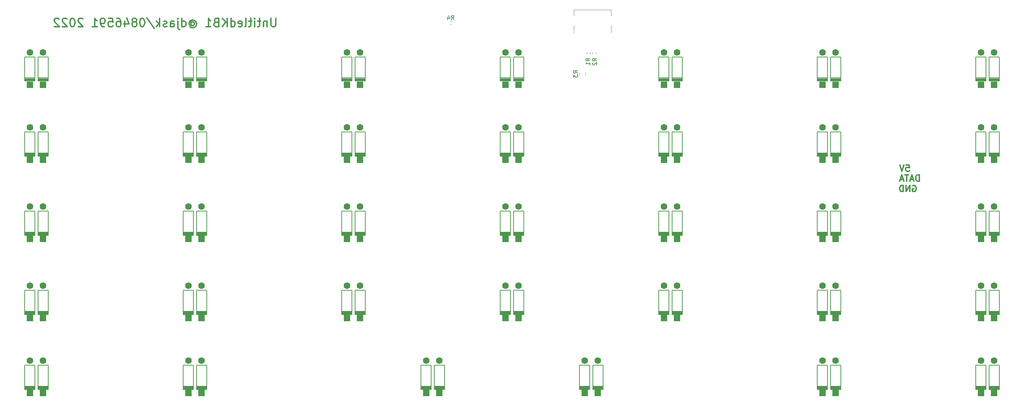
<source format=gbr>
%TF.GenerationSoftware,KiCad,Pcbnew,(6.0.4)*%
%TF.CreationDate,2022-09-11T20:25:19+10:00*%
%TF.ProjectId,pcb,7063622e-6b69-4636-9164-5f7063625858,rev?*%
%TF.SameCoordinates,Original*%
%TF.FileFunction,Legend,Bot*%
%TF.FilePolarity,Positive*%
%FSLAX46Y46*%
G04 Gerber Fmt 4.6, Leading zero omitted, Abs format (unit mm)*
G04 Created by KiCad (PCBNEW (6.0.4)) date 2022-09-11 20:25:19*
%MOMM*%
%LPD*%
G01*
G04 APERTURE LIST*
%ADD10C,0.300000*%
%ADD11C,0.150000*%
%ADD12C,0.200000*%
%ADD13C,0.120000*%
%ADD14R,1.600000X1.600000*%
%ADD15C,1.600000*%
G04 APERTURE END LIST*
D10*
X231242142Y-37638571D02*
X231242142Y-36138571D01*
X230885000Y-36138571D01*
X230670714Y-36210000D01*
X230527857Y-36352857D01*
X230456428Y-36495714D01*
X230385000Y-36781428D01*
X230385000Y-36995714D01*
X230456428Y-37281428D01*
X230527857Y-37424285D01*
X230670714Y-37567142D01*
X230885000Y-37638571D01*
X231242142Y-37638571D01*
X229813571Y-37210000D02*
X229099285Y-37210000D01*
X229956428Y-37638571D02*
X229456428Y-36138571D01*
X228956428Y-37638571D01*
X228670714Y-36138571D02*
X227813571Y-36138571D01*
X228242142Y-37638571D02*
X228242142Y-36138571D01*
X227385000Y-37210000D02*
X226670714Y-37210000D01*
X227527857Y-37638571D02*
X227027857Y-36138571D01*
X226527857Y-37638571D01*
X228077857Y-33738571D02*
X228792142Y-33738571D01*
X228863571Y-34452857D01*
X228792142Y-34381428D01*
X228649285Y-34310000D01*
X228292142Y-34310000D01*
X228149285Y-34381428D01*
X228077857Y-34452857D01*
X228006428Y-34595714D01*
X228006428Y-34952857D01*
X228077857Y-35095714D01*
X228149285Y-35167142D01*
X228292142Y-35238571D01*
X228649285Y-35238571D01*
X228792142Y-35167142D01*
X228863571Y-35095714D01*
X227577857Y-33738571D02*
X227077857Y-35238571D01*
X226577857Y-33738571D01*
X229663571Y-38710000D02*
X229806428Y-38638571D01*
X230020714Y-38638571D01*
X230235000Y-38710000D01*
X230377857Y-38852857D01*
X230449285Y-38995714D01*
X230520714Y-39281428D01*
X230520714Y-39495714D01*
X230449285Y-39781428D01*
X230377857Y-39924285D01*
X230235000Y-40067142D01*
X230020714Y-40138571D01*
X229877857Y-40138571D01*
X229663571Y-40067142D01*
X229592142Y-39995714D01*
X229592142Y-39495714D01*
X229877857Y-39495714D01*
X228949285Y-40138571D02*
X228949285Y-38638571D01*
X228092142Y-40138571D01*
X228092142Y-38638571D01*
X227377857Y-40138571D02*
X227377857Y-38638571D01*
X227020714Y-38638571D01*
X226806428Y-38710000D01*
X226663571Y-38852857D01*
X226592142Y-38995714D01*
X226520714Y-39281428D01*
X226520714Y-39495714D01*
X226592142Y-39781428D01*
X226663571Y-39924285D01*
X226806428Y-40067142D01*
X227020714Y-40138571D01*
X227377857Y-40138571D01*
X76571428Y1545238D02*
X76571428Y-73809D01*
X76476190Y-264285D01*
X76380952Y-359523D01*
X76190476Y-454761D01*
X75809523Y-454761D01*
X75619047Y-359523D01*
X75523809Y-264285D01*
X75428571Y-73809D01*
X75428571Y1545238D01*
X74476190Y878571D02*
X74476190Y-454761D01*
X74476190Y688095D02*
X74380952Y783333D01*
X74190476Y878571D01*
X73904761Y878571D01*
X73714285Y783333D01*
X73619047Y592857D01*
X73619047Y-454761D01*
X72952380Y878571D02*
X72190476Y878571D01*
X72666666Y1545238D02*
X72666666Y-169047D01*
X72571428Y-359523D01*
X72380952Y-454761D01*
X72190476Y-454761D01*
X71523809Y-454761D02*
X71523809Y878571D01*
X71523809Y1545238D02*
X71619047Y1450000D01*
X71523809Y1354761D01*
X71428571Y1450000D01*
X71523809Y1545238D01*
X71523809Y1354761D01*
X70857142Y878571D02*
X70095238Y878571D01*
X70571428Y1545238D02*
X70571428Y-169047D01*
X70476190Y-359523D01*
X70285714Y-454761D01*
X70095238Y-454761D01*
X69142857Y-454761D02*
X69333333Y-359523D01*
X69428571Y-169047D01*
X69428571Y1545238D01*
X67619047Y-359523D02*
X67809523Y-454761D01*
X68190476Y-454761D01*
X68380952Y-359523D01*
X68476190Y-169047D01*
X68476190Y592857D01*
X68380952Y783333D01*
X68190476Y878571D01*
X67809523Y878571D01*
X67619047Y783333D01*
X67523809Y592857D01*
X67523809Y402380D01*
X68476190Y211904D01*
X65809523Y-454761D02*
X65809523Y1545238D01*
X65809523Y-359523D02*
X66000000Y-454761D01*
X66380952Y-454761D01*
X66571428Y-359523D01*
X66666666Y-264285D01*
X66761904Y-73809D01*
X66761904Y497619D01*
X66666666Y688095D01*
X66571428Y783333D01*
X66380952Y878571D01*
X66000000Y878571D01*
X65809523Y783333D01*
X64857142Y-454761D02*
X64857142Y1545238D01*
X63714285Y-454761D02*
X64571428Y688095D01*
X63714285Y1545238D02*
X64857142Y402380D01*
X62190476Y592857D02*
X61904761Y497619D01*
X61809523Y402380D01*
X61714285Y211904D01*
X61714285Y-73809D01*
X61809523Y-264285D01*
X61904761Y-359523D01*
X62095238Y-454761D01*
X62857142Y-454761D01*
X62857142Y1545238D01*
X62190476Y1545238D01*
X62000000Y1450000D01*
X61904761Y1354761D01*
X61809523Y1164285D01*
X61809523Y973809D01*
X61904761Y783333D01*
X62000000Y688095D01*
X62190476Y592857D01*
X62857142Y592857D01*
X59809523Y-454761D02*
X60952380Y-454761D01*
X60380952Y-454761D02*
X60380952Y1545238D01*
X60571428Y1259523D01*
X60761904Y1069047D01*
X60952380Y973809D01*
X56190476Y497619D02*
X56285714Y592857D01*
X56476190Y688095D01*
X56666666Y688095D01*
X56857142Y592857D01*
X56952380Y497619D01*
X57047619Y307142D01*
X57047619Y116666D01*
X56952380Y-73809D01*
X56857142Y-169047D01*
X56666666Y-264285D01*
X56476190Y-264285D01*
X56285714Y-169047D01*
X56190476Y-73809D01*
X56190476Y688095D02*
X56190476Y-73809D01*
X56095238Y-169047D01*
X56000000Y-169047D01*
X55809523Y-73809D01*
X55714285Y116666D01*
X55714285Y592857D01*
X55904761Y878571D01*
X56190476Y1069047D01*
X56571428Y1164285D01*
X56952380Y1069047D01*
X57238095Y878571D01*
X57428571Y592857D01*
X57523809Y211904D01*
X57428571Y-169047D01*
X57238095Y-454761D01*
X56952380Y-645238D01*
X56571428Y-740476D01*
X56190476Y-645238D01*
X55904761Y-454761D01*
X54000000Y-454761D02*
X54000000Y1545238D01*
X54000000Y-359523D02*
X54190476Y-454761D01*
X54571428Y-454761D01*
X54761904Y-359523D01*
X54857142Y-264285D01*
X54952380Y-73809D01*
X54952380Y497619D01*
X54857142Y688095D01*
X54761904Y783333D01*
X54571428Y878571D01*
X54190476Y878571D01*
X54000000Y783333D01*
X53047619Y878571D02*
X53047619Y-835714D01*
X53142857Y-1026190D01*
X53333333Y-1121428D01*
X53428571Y-1121428D01*
X53047619Y1545238D02*
X53142857Y1450000D01*
X53047619Y1354761D01*
X52952380Y1450000D01*
X53047619Y1545238D01*
X53047619Y1354761D01*
X51238095Y-454761D02*
X51238095Y592857D01*
X51333333Y783333D01*
X51523809Y878571D01*
X51904761Y878571D01*
X52095238Y783333D01*
X51238095Y-359523D02*
X51428571Y-454761D01*
X51904761Y-454761D01*
X52095238Y-359523D01*
X52190476Y-169047D01*
X52190476Y21428D01*
X52095238Y211904D01*
X51904761Y307142D01*
X51428571Y307142D01*
X51238095Y402380D01*
X50380952Y-359523D02*
X50190476Y-454761D01*
X49809523Y-454761D01*
X49619047Y-359523D01*
X49523809Y-169047D01*
X49523809Y-73809D01*
X49619047Y116666D01*
X49809523Y211904D01*
X50095238Y211904D01*
X50285714Y307142D01*
X50380952Y497619D01*
X50380952Y592857D01*
X50285714Y783333D01*
X50095238Y878571D01*
X49809523Y878571D01*
X49619047Y783333D01*
X48666666Y-454761D02*
X48666666Y1545238D01*
X48476190Y307142D02*
X47904761Y-454761D01*
X47904761Y878571D02*
X48666666Y116666D01*
X45619047Y1640476D02*
X47333333Y-930952D01*
X44571428Y1545238D02*
X44380952Y1545238D01*
X44190476Y1450000D01*
X44095238Y1354761D01*
X44000000Y1164285D01*
X43904761Y783333D01*
X43904761Y307142D01*
X44000000Y-73809D01*
X44095238Y-264285D01*
X44190476Y-359523D01*
X44380952Y-454761D01*
X44571428Y-454761D01*
X44761904Y-359523D01*
X44857142Y-264285D01*
X44952380Y-73809D01*
X45047619Y307142D01*
X45047619Y783333D01*
X44952380Y1164285D01*
X44857142Y1354761D01*
X44761904Y1450000D01*
X44571428Y1545238D01*
X42761904Y688095D02*
X42952380Y783333D01*
X43047619Y878571D01*
X43142857Y1069047D01*
X43142857Y1164285D01*
X43047619Y1354761D01*
X42952380Y1450000D01*
X42761904Y1545238D01*
X42380952Y1545238D01*
X42190476Y1450000D01*
X42095238Y1354761D01*
X42000000Y1164285D01*
X42000000Y1069047D01*
X42095238Y878571D01*
X42190476Y783333D01*
X42380952Y688095D01*
X42761904Y688095D01*
X42952380Y592857D01*
X43047619Y497619D01*
X43142857Y307142D01*
X43142857Y-73809D01*
X43047619Y-264285D01*
X42952380Y-359523D01*
X42761904Y-454761D01*
X42380952Y-454761D01*
X42190476Y-359523D01*
X42095238Y-264285D01*
X42000000Y-73809D01*
X42000000Y307142D01*
X42095238Y497619D01*
X42190476Y592857D01*
X42380952Y688095D01*
X40285714Y878571D02*
X40285714Y-454761D01*
X40761904Y1640476D02*
X41238095Y211904D01*
X40000000Y211904D01*
X38380952Y1545238D02*
X38761904Y1545238D01*
X38952380Y1450000D01*
X39047619Y1354761D01*
X39238095Y1069047D01*
X39333333Y688095D01*
X39333333Y-73809D01*
X39238095Y-264285D01*
X39142857Y-359523D01*
X38952380Y-454761D01*
X38571428Y-454761D01*
X38380952Y-359523D01*
X38285714Y-264285D01*
X38190476Y-73809D01*
X38190476Y402380D01*
X38285714Y592857D01*
X38380952Y688095D01*
X38571428Y783333D01*
X38952380Y783333D01*
X39142857Y688095D01*
X39238095Y592857D01*
X39333333Y402380D01*
X36380952Y1545238D02*
X37333333Y1545238D01*
X37428571Y592857D01*
X37333333Y688095D01*
X37142857Y783333D01*
X36666666Y783333D01*
X36476190Y688095D01*
X36380952Y592857D01*
X36285714Y402380D01*
X36285714Y-73809D01*
X36380952Y-264285D01*
X36476190Y-359523D01*
X36666666Y-454761D01*
X37142857Y-454761D01*
X37333333Y-359523D01*
X37428571Y-264285D01*
X35333333Y-454761D02*
X34952380Y-454761D01*
X34761904Y-359523D01*
X34666666Y-264285D01*
X34476190Y21428D01*
X34380952Y402380D01*
X34380952Y1164285D01*
X34476190Y1354761D01*
X34571428Y1450000D01*
X34761904Y1545238D01*
X35142857Y1545238D01*
X35333333Y1450000D01*
X35428571Y1354761D01*
X35523809Y1164285D01*
X35523809Y688095D01*
X35428571Y497619D01*
X35333333Y402380D01*
X35142857Y307142D01*
X34761904Y307142D01*
X34571428Y402380D01*
X34476190Y497619D01*
X34380952Y688095D01*
X32476190Y-454761D02*
X33619047Y-454761D01*
X33047619Y-454761D02*
X33047619Y1545238D01*
X33238095Y1259523D01*
X33428571Y1069047D01*
X33619047Y973809D01*
X30190476Y1354761D02*
X30095238Y1450000D01*
X29904761Y1545238D01*
X29428571Y1545238D01*
X29238095Y1450000D01*
X29142857Y1354761D01*
X29047619Y1164285D01*
X29047619Y973809D01*
X29142857Y688095D01*
X30285714Y-454761D01*
X29047619Y-454761D01*
X27809523Y1545238D02*
X27619047Y1545238D01*
X27428571Y1450000D01*
X27333333Y1354761D01*
X27238095Y1164285D01*
X27142857Y783333D01*
X27142857Y307142D01*
X27238095Y-73809D01*
X27333333Y-264285D01*
X27428571Y-359523D01*
X27619047Y-454761D01*
X27809523Y-454761D01*
X28000000Y-359523D01*
X28095238Y-264285D01*
X28190476Y-73809D01*
X28285714Y307142D01*
X28285714Y783333D01*
X28190476Y1164285D01*
X28095238Y1354761D01*
X28000000Y1450000D01*
X27809523Y1545238D01*
X26380952Y1354761D02*
X26285714Y1450000D01*
X26095238Y1545238D01*
X25619047Y1545238D01*
X25428571Y1450000D01*
X25333333Y1354761D01*
X25238095Y1164285D01*
X25238095Y973809D01*
X25333333Y688095D01*
X26476190Y-454761D01*
X25238095Y-454761D01*
X24476190Y1354761D02*
X24380952Y1450000D01*
X24190476Y1545238D01*
X23714285Y1545238D01*
X23523809Y1450000D01*
X23428571Y1354761D01*
X23333333Y1164285D01*
X23333333Y973809D01*
X23428571Y688095D01*
X24571428Y-454761D01*
X23333333Y-454761D01*
D11*
%TO.C,R3*%
X149102380Y-11633333D02*
X148626190Y-11300000D01*
X149102380Y-11061904D02*
X148102380Y-11061904D01*
X148102380Y-11442857D01*
X148150000Y-11538095D01*
X148197619Y-11585714D01*
X148292857Y-11633333D01*
X148435714Y-11633333D01*
X148530952Y-11585714D01*
X148578571Y-11538095D01*
X148626190Y-11442857D01*
X148626190Y-11061904D01*
X148102380Y-11966666D02*
X148102380Y-12585714D01*
X148483333Y-12252380D01*
X148483333Y-12395238D01*
X148530952Y-12490476D01*
X148578571Y-12538095D01*
X148673809Y-12585714D01*
X148911904Y-12585714D01*
X149007142Y-12538095D01*
X149054761Y-12490476D01*
X149102380Y-12395238D01*
X149102380Y-12109523D01*
X149054761Y-12014285D01*
X149007142Y-11966666D01*
%TO.C,R2*%
X153702380Y-8733333D02*
X153226190Y-8400000D01*
X153702380Y-8161904D02*
X152702380Y-8161904D01*
X152702380Y-8542857D01*
X152750000Y-8638095D01*
X152797619Y-8685714D01*
X152892857Y-8733333D01*
X153035714Y-8733333D01*
X153130952Y-8685714D01*
X153178571Y-8638095D01*
X153226190Y-8542857D01*
X153226190Y-8161904D01*
X152797619Y-9114285D02*
X152750000Y-9161904D01*
X152702380Y-9257142D01*
X152702380Y-9495238D01*
X152750000Y-9590476D01*
X152797619Y-9638095D01*
X152892857Y-9685714D01*
X152988095Y-9685714D01*
X153130952Y-9638095D01*
X153702380Y-9066666D01*
X153702380Y-9685714D01*
%TO.C,R1*%
X152102380Y-8733333D02*
X151626190Y-8400000D01*
X152102380Y-8161904D02*
X151102380Y-8161904D01*
X151102380Y-8542857D01*
X151150000Y-8638095D01*
X151197619Y-8685714D01*
X151292857Y-8733333D01*
X151435714Y-8733333D01*
X151530952Y-8685714D01*
X151578571Y-8638095D01*
X151626190Y-8542857D01*
X151626190Y-8161904D01*
X152102380Y-9685714D02*
X152102380Y-9114285D01*
X152102380Y-9400000D02*
X151102380Y-9400000D01*
X151245238Y-9304761D01*
X151340476Y-9209523D01*
X151388095Y-9114285D01*
%TO.C,R4*%
X118786666Y1217619D02*
X119120000Y1693809D01*
X119358095Y1217619D02*
X119358095Y2217619D01*
X118977142Y2217619D01*
X118881904Y2170000D01*
X118834285Y2122380D01*
X118786666Y2027142D01*
X118786666Y1884285D01*
X118834285Y1789047D01*
X118881904Y1741428D01*
X118977142Y1693809D01*
X119358095Y1693809D01*
X117929523Y1884285D02*
X117929523Y1217619D01*
X118167619Y2265238D02*
X118405714Y1550952D01*
X117786666Y1550952D01*
D12*
%TO.C,D50*%
X133750000Y-63875000D02*
X133750000Y-69675000D01*
X136150000Y-69300000D02*
X133750000Y-69300000D01*
X136150000Y-69475000D02*
X133750000Y-69475000D01*
X136150000Y-63875000D02*
X133750000Y-63875000D01*
X136150000Y-69675000D02*
X136150000Y-63875000D01*
X136150000Y-68950000D02*
X133750000Y-68950000D01*
X136150000Y-69125000D02*
X133750000Y-69125000D01*
X133750000Y-69700000D02*
X136150000Y-69700000D01*
X136150000Y-69600000D02*
X133750000Y-69600000D01*
%TO.C,D6*%
X95650000Y-13550000D02*
X98050000Y-13550000D01*
X98050000Y-12975000D02*
X95650000Y-12975000D01*
X98050000Y-13150000D02*
X95650000Y-13150000D01*
X95650000Y-7725000D02*
X95650000Y-13525000D01*
X98050000Y-7725000D02*
X95650000Y-7725000D01*
X98050000Y-12800000D02*
X95650000Y-12800000D01*
X98050000Y-13325000D02*
X95650000Y-13325000D01*
X98050000Y-13525000D02*
X98050000Y-7725000D01*
X98050000Y-13450000D02*
X95650000Y-13450000D01*
%TO.C,D28*%
X250450000Y-31200000D02*
X248050000Y-31200000D01*
X250450000Y-30850000D02*
X248050000Y-30850000D01*
X250450000Y-31500000D02*
X248050000Y-31500000D01*
X248050000Y-31600000D02*
X250450000Y-31600000D01*
X250450000Y-31025000D02*
X248050000Y-31025000D01*
X248050000Y-25775000D02*
X248050000Y-31575000D01*
X250450000Y-25775000D02*
X248050000Y-25775000D01*
X250450000Y-31575000D02*
X250450000Y-25775000D01*
X250450000Y-31375000D02*
X248050000Y-31375000D01*
%TO.C,D26*%
X212350000Y-31025000D02*
X209950000Y-31025000D01*
X212350000Y-31200000D02*
X209950000Y-31200000D01*
X212350000Y-25775000D02*
X209950000Y-25775000D01*
X212350000Y-30850000D02*
X209950000Y-30850000D01*
X212350000Y-31500000D02*
X209950000Y-31500000D01*
X209950000Y-31600000D02*
X212350000Y-31600000D01*
X209950000Y-25775000D02*
X209950000Y-31575000D01*
X212350000Y-31575000D02*
X212350000Y-25775000D01*
X212350000Y-31375000D02*
X209950000Y-31375000D01*
%TO.C,D8*%
X136150000Y-13150000D02*
X133750000Y-13150000D01*
X136150000Y-13450000D02*
X133750000Y-13450000D01*
X136150000Y-13525000D02*
X136150000Y-7725000D01*
X136150000Y-12975000D02*
X133750000Y-12975000D01*
X133750000Y-13550000D02*
X136150000Y-13550000D01*
X133750000Y-7725000D02*
X133750000Y-13525000D01*
X136150000Y-7725000D02*
X133750000Y-7725000D01*
X136150000Y-12800000D02*
X133750000Y-12800000D01*
X136150000Y-13325000D02*
X133750000Y-13325000D01*
D13*
%TO.C,R3*%
X151035000Y-11572936D02*
X151035000Y-12027064D01*
X149565000Y-11572936D02*
X149565000Y-12027064D01*
D12*
%TO.C,D34*%
X98050000Y-44825000D02*
X95650000Y-44825000D01*
X95650000Y-50650000D02*
X98050000Y-50650000D01*
X98050000Y-50250000D02*
X95650000Y-50250000D01*
X98050000Y-50075000D02*
X95650000Y-50075000D01*
X95650000Y-44825000D02*
X95650000Y-50625000D01*
X98050000Y-50550000D02*
X95650000Y-50550000D01*
X98050000Y-49900000D02*
X95650000Y-49900000D01*
X98050000Y-50625000D02*
X98050000Y-44825000D01*
X98050000Y-50425000D02*
X95650000Y-50425000D01*
%TO.C,D64*%
X155200000Y-87725000D02*
X155200000Y-81925000D01*
X155200000Y-87350000D02*
X152800000Y-87350000D01*
X155200000Y-87175000D02*
X152800000Y-87175000D01*
X155200000Y-87000000D02*
X152800000Y-87000000D01*
X155200000Y-87525000D02*
X152800000Y-87525000D01*
X152800000Y-81925000D02*
X152800000Y-87725000D01*
X152800000Y-87750000D02*
X155200000Y-87750000D01*
X155200000Y-81925000D02*
X152800000Y-81925000D01*
X155200000Y-87650000D02*
X152800000Y-87650000D01*
%TO.C,D39*%
X209150000Y-50425000D02*
X206750000Y-50425000D01*
X209150000Y-49900000D02*
X206750000Y-49900000D01*
X209150000Y-50625000D02*
X209150000Y-44825000D01*
X209150000Y-44825000D02*
X206750000Y-44825000D01*
X206750000Y-44825000D02*
X206750000Y-50625000D01*
X209150000Y-50250000D02*
X206750000Y-50250000D01*
X209150000Y-50075000D02*
X206750000Y-50075000D01*
X206750000Y-50650000D02*
X209150000Y-50650000D01*
X209150000Y-50550000D02*
X206750000Y-50550000D01*
%TO.C,D58*%
X19450000Y-81925000D02*
X19450000Y-87725000D01*
X21850000Y-87000000D02*
X19450000Y-87000000D01*
X21850000Y-87175000D02*
X19450000Y-87175000D01*
X21850000Y-87525000D02*
X19450000Y-87525000D01*
X21850000Y-81925000D02*
X19450000Y-81925000D01*
X21850000Y-87650000D02*
X19450000Y-87650000D01*
X21850000Y-87725000D02*
X21850000Y-81925000D01*
X21850000Y-87350000D02*
X19450000Y-87350000D01*
X19450000Y-87750000D02*
X21850000Y-87750000D01*
%TO.C,D14*%
X250450000Y-12975000D02*
X248050000Y-12975000D01*
X250450000Y-7725000D02*
X248050000Y-7725000D01*
X250450000Y-13150000D02*
X248050000Y-13150000D01*
X250450000Y-13325000D02*
X248050000Y-13325000D01*
X248050000Y-7725000D02*
X248050000Y-13525000D01*
X250450000Y-12800000D02*
X248050000Y-12800000D01*
X250450000Y-13525000D02*
X250450000Y-7725000D01*
X248050000Y-13550000D02*
X250450000Y-13550000D01*
X250450000Y-13450000D02*
X248050000Y-13450000D01*
%TO.C,D30*%
X21850000Y-50550000D02*
X19450000Y-50550000D01*
X19450000Y-50650000D02*
X21850000Y-50650000D01*
X21850000Y-50625000D02*
X21850000Y-44825000D01*
X21850000Y-50250000D02*
X19450000Y-50250000D01*
X19450000Y-44825000D02*
X19450000Y-50625000D01*
X21850000Y-50075000D02*
X19450000Y-50075000D01*
X21850000Y-44825000D02*
X19450000Y-44825000D01*
X21850000Y-50425000D02*
X19450000Y-50425000D01*
X21850000Y-49900000D02*
X19450000Y-49900000D01*
%TO.C,D36*%
X136150000Y-50550000D02*
X133750000Y-50550000D01*
X133750000Y-50650000D02*
X136150000Y-50650000D01*
X136150000Y-50075000D02*
X133750000Y-50075000D01*
X136150000Y-49900000D02*
X133750000Y-49900000D01*
X136150000Y-44825000D02*
X133750000Y-44825000D01*
X136150000Y-50250000D02*
X133750000Y-50250000D01*
X133750000Y-44825000D02*
X133750000Y-50625000D01*
X136150000Y-50625000D02*
X136150000Y-44825000D01*
X136150000Y-50425000D02*
X133750000Y-50425000D01*
%TO.C,D38*%
X174250000Y-50250000D02*
X171850000Y-50250000D01*
X174250000Y-50625000D02*
X174250000Y-44825000D01*
X171850000Y-44825000D02*
X171850000Y-50625000D01*
X174250000Y-50550000D02*
X171850000Y-50550000D01*
X174250000Y-44825000D02*
X171850000Y-44825000D01*
X174250000Y-50075000D02*
X171850000Y-50075000D01*
X174250000Y-50425000D02*
X171850000Y-50425000D01*
X174250000Y-49900000D02*
X171850000Y-49900000D01*
X171850000Y-50650000D02*
X174250000Y-50650000D01*
%TO.C,D57*%
X18650000Y-87350000D02*
X16250000Y-87350000D01*
X16250000Y-81925000D02*
X16250000Y-87725000D01*
X18650000Y-87000000D02*
X16250000Y-87000000D01*
X18650000Y-87650000D02*
X16250000Y-87650000D01*
X18650000Y-87175000D02*
X16250000Y-87175000D01*
X18650000Y-81925000D02*
X16250000Y-81925000D01*
X18650000Y-87725000D02*
X18650000Y-81925000D01*
X16250000Y-87750000D02*
X18650000Y-87750000D01*
X18650000Y-87525000D02*
X16250000Y-87525000D01*
%TO.C,D19*%
X94850000Y-30850000D02*
X92450000Y-30850000D01*
X94850000Y-31375000D02*
X92450000Y-31375000D01*
X92450000Y-25775000D02*
X92450000Y-31575000D01*
X94850000Y-31025000D02*
X92450000Y-31025000D01*
X92450000Y-31600000D02*
X94850000Y-31600000D01*
X94850000Y-31200000D02*
X92450000Y-31200000D01*
X94850000Y-25775000D02*
X92450000Y-25775000D01*
X94850000Y-31500000D02*
X92450000Y-31500000D01*
X94850000Y-31575000D02*
X94850000Y-25775000D01*
%TO.C,D23*%
X171050000Y-25775000D02*
X168650000Y-25775000D01*
X171050000Y-31575000D02*
X171050000Y-25775000D01*
X168650000Y-31600000D02*
X171050000Y-31600000D01*
X168650000Y-25775000D02*
X168650000Y-31575000D01*
X171050000Y-31375000D02*
X168650000Y-31375000D01*
X171050000Y-30850000D02*
X168650000Y-30850000D01*
X171050000Y-31200000D02*
X168650000Y-31200000D01*
X171050000Y-31500000D02*
X168650000Y-31500000D01*
X171050000Y-31025000D02*
X168650000Y-31025000D01*
%TO.C,D55*%
X244850000Y-69700000D02*
X247250000Y-69700000D01*
X247250000Y-69600000D02*
X244850000Y-69600000D01*
X247250000Y-69125000D02*
X244850000Y-69125000D01*
X247250000Y-69675000D02*
X247250000Y-63875000D01*
X247250000Y-63875000D02*
X244850000Y-63875000D01*
X244850000Y-63875000D02*
X244850000Y-69675000D01*
X247250000Y-69300000D02*
X244850000Y-69300000D01*
X247250000Y-69475000D02*
X244850000Y-69475000D01*
X247250000Y-68950000D02*
X244850000Y-68950000D01*
%TO.C,D10*%
X174250000Y-13525000D02*
X174250000Y-7725000D01*
X174250000Y-7725000D02*
X171850000Y-7725000D01*
X171850000Y-13550000D02*
X174250000Y-13550000D01*
X174250000Y-13325000D02*
X171850000Y-13325000D01*
X174250000Y-13150000D02*
X171850000Y-13150000D01*
X174250000Y-12800000D02*
X171850000Y-12800000D01*
X174250000Y-13450000D02*
X171850000Y-13450000D01*
X171850000Y-7725000D02*
X171850000Y-13525000D01*
X174250000Y-12975000D02*
X171850000Y-12975000D01*
%TO.C,D65*%
X206750000Y-87750000D02*
X209150000Y-87750000D01*
X209150000Y-87725000D02*
X209150000Y-81925000D01*
X206750000Y-81925000D02*
X206750000Y-87725000D01*
X209150000Y-81925000D02*
X206750000Y-81925000D01*
X209150000Y-87350000D02*
X206750000Y-87350000D01*
X209150000Y-87650000D02*
X206750000Y-87650000D01*
X209150000Y-87175000D02*
X206750000Y-87175000D01*
X209150000Y-87525000D02*
X206750000Y-87525000D01*
X209150000Y-87000000D02*
X206750000Y-87000000D01*
%TO.C,D3*%
X56750000Y-7725000D02*
X54350000Y-7725000D01*
X56750000Y-13325000D02*
X54350000Y-13325000D01*
X54350000Y-13550000D02*
X56750000Y-13550000D01*
X56750000Y-12800000D02*
X54350000Y-12800000D01*
X56750000Y-13450000D02*
X54350000Y-13450000D01*
X54350000Y-7725000D02*
X54350000Y-13525000D01*
X56750000Y-13150000D02*
X54350000Y-13150000D01*
X56750000Y-13525000D02*
X56750000Y-7725000D01*
X56750000Y-12975000D02*
X54350000Y-12975000D01*
D13*
%TO.C,R2*%
X153480000Y-6632379D02*
X153480000Y-6967621D01*
X152720000Y-6632379D02*
X152720000Y-6967621D01*
%TO.C,J2*%
X148230000Y-1945000D02*
X148230000Y-145000D01*
X157170000Y3565000D02*
X148230000Y3565000D01*
X157170000Y3565000D02*
X157170000Y2105000D01*
X148230000Y3565000D02*
X148230000Y2105000D01*
X157170000Y-1945000D02*
X157170000Y-145000D01*
D12*
%TO.C,D41*%
X244850000Y-50650000D02*
X247250000Y-50650000D01*
X247250000Y-50625000D02*
X247250000Y-44825000D01*
X247250000Y-50250000D02*
X244850000Y-50250000D01*
X247250000Y-49900000D02*
X244850000Y-49900000D01*
X247250000Y-50550000D02*
X244850000Y-50550000D01*
X247250000Y-50075000D02*
X244850000Y-50075000D01*
X244850000Y-44825000D02*
X244850000Y-50625000D01*
X247250000Y-44825000D02*
X244850000Y-44825000D01*
X247250000Y-50425000D02*
X244850000Y-50425000D01*
%TO.C,D53*%
X209150000Y-69475000D02*
X206750000Y-69475000D01*
X209150000Y-69600000D02*
X206750000Y-69600000D01*
X206750000Y-63875000D02*
X206750000Y-69675000D01*
X206750000Y-69700000D02*
X209150000Y-69700000D01*
X209150000Y-69675000D02*
X209150000Y-63875000D01*
X209150000Y-68950000D02*
X206750000Y-68950000D01*
X209150000Y-69125000D02*
X206750000Y-69125000D01*
X209150000Y-63875000D02*
X206750000Y-63875000D01*
X209150000Y-69300000D02*
X206750000Y-69300000D01*
%TO.C,D37*%
X171050000Y-49900000D02*
X168650000Y-49900000D01*
X171050000Y-50075000D02*
X168650000Y-50075000D01*
X168650000Y-44825000D02*
X168650000Y-50625000D01*
X171050000Y-50250000D02*
X168650000Y-50250000D01*
X168650000Y-50650000D02*
X171050000Y-50650000D01*
X171050000Y-50550000D02*
X168650000Y-50550000D01*
X171050000Y-50625000D02*
X171050000Y-44825000D01*
X171050000Y-50425000D02*
X168650000Y-50425000D01*
X171050000Y-44825000D02*
X168650000Y-44825000D01*
%TO.C,D4*%
X59950000Y-13325000D02*
X57550000Y-13325000D01*
X57550000Y-7725000D02*
X57550000Y-13525000D01*
X59950000Y-13525000D02*
X59950000Y-7725000D01*
X59950000Y-12800000D02*
X57550000Y-12800000D01*
X59950000Y-13150000D02*
X57550000Y-13150000D01*
X57550000Y-13550000D02*
X59950000Y-13550000D01*
X59950000Y-13450000D02*
X57550000Y-13450000D01*
X59950000Y-12975000D02*
X57550000Y-12975000D01*
X59950000Y-7725000D02*
X57550000Y-7725000D01*
%TO.C,D51*%
X168650000Y-63875000D02*
X168650000Y-69675000D01*
X171050000Y-69125000D02*
X168650000Y-69125000D01*
X171050000Y-63875000D02*
X168650000Y-63875000D01*
X168650000Y-69700000D02*
X171050000Y-69700000D01*
X171050000Y-69675000D02*
X171050000Y-63875000D01*
X171050000Y-69475000D02*
X168650000Y-69475000D01*
X171050000Y-69300000D02*
X168650000Y-69300000D01*
X171050000Y-68950000D02*
X168650000Y-68950000D01*
X171050000Y-69600000D02*
X168650000Y-69600000D01*
%TO.C,D54*%
X212350000Y-63875000D02*
X209950000Y-63875000D01*
X209950000Y-63875000D02*
X209950000Y-69675000D01*
X212350000Y-69300000D02*
X209950000Y-69300000D01*
X212350000Y-68950000D02*
X209950000Y-68950000D01*
X212350000Y-69675000D02*
X212350000Y-63875000D01*
X212350000Y-69600000D02*
X209950000Y-69600000D01*
X212350000Y-69125000D02*
X209950000Y-69125000D01*
X209950000Y-69700000D02*
X212350000Y-69700000D01*
X212350000Y-69475000D02*
X209950000Y-69475000D01*
%TO.C,D1*%
X18650000Y-13525000D02*
X18650000Y-7725000D01*
X18650000Y-12975000D02*
X16250000Y-12975000D01*
X18650000Y-7725000D02*
X16250000Y-7725000D01*
X18650000Y-12800000D02*
X16250000Y-12800000D01*
X16250000Y-7725000D02*
X16250000Y-13525000D01*
X18650000Y-13450000D02*
X16250000Y-13450000D01*
X18650000Y-13325000D02*
X16250000Y-13325000D01*
X16250000Y-13550000D02*
X18650000Y-13550000D01*
X18650000Y-13150000D02*
X16250000Y-13150000D01*
%TO.C,D11*%
X209150000Y-13525000D02*
X209150000Y-7725000D01*
X209150000Y-13450000D02*
X206750000Y-13450000D01*
X206750000Y-7725000D02*
X206750000Y-13525000D01*
X209150000Y-13325000D02*
X206750000Y-13325000D01*
X209150000Y-12800000D02*
X206750000Y-12800000D01*
X209150000Y-12975000D02*
X206750000Y-12975000D01*
X209150000Y-7725000D02*
X206750000Y-7725000D01*
X206750000Y-13550000D02*
X209150000Y-13550000D01*
X209150000Y-13150000D02*
X206750000Y-13150000D01*
%TO.C,D67*%
X247250000Y-87175000D02*
X244850000Y-87175000D01*
X244850000Y-81925000D02*
X244850000Y-87725000D01*
X247250000Y-87350000D02*
X244850000Y-87350000D01*
X247250000Y-87000000D02*
X244850000Y-87000000D01*
X244850000Y-87750000D02*
X247250000Y-87750000D01*
X247250000Y-81925000D02*
X244850000Y-81925000D01*
X247250000Y-87725000D02*
X247250000Y-81925000D01*
X247250000Y-87650000D02*
X244850000Y-87650000D01*
X247250000Y-87525000D02*
X244850000Y-87525000D01*
%TO.C,D46*%
X59950000Y-69675000D02*
X59950000Y-63875000D01*
X59950000Y-69125000D02*
X57550000Y-69125000D01*
X59950000Y-63875000D02*
X57550000Y-63875000D01*
X59950000Y-69600000D02*
X57550000Y-69600000D01*
X57550000Y-69700000D02*
X59950000Y-69700000D01*
X59950000Y-68950000D02*
X57550000Y-68950000D01*
X59950000Y-69475000D02*
X57550000Y-69475000D01*
X59950000Y-69300000D02*
X57550000Y-69300000D01*
X57550000Y-63875000D02*
X57550000Y-69675000D01*
%TO.C,D49*%
X132950000Y-63875000D02*
X130550000Y-63875000D01*
X132950000Y-69600000D02*
X130550000Y-69600000D01*
X132950000Y-69675000D02*
X132950000Y-63875000D01*
X132950000Y-68950000D02*
X130550000Y-68950000D01*
X132950000Y-69300000D02*
X130550000Y-69300000D01*
X132950000Y-69125000D02*
X130550000Y-69125000D01*
X130550000Y-69700000D02*
X132950000Y-69700000D01*
X132950000Y-69475000D02*
X130550000Y-69475000D01*
X130550000Y-63875000D02*
X130550000Y-69675000D01*
%TO.C,D68*%
X250450000Y-87725000D02*
X250450000Y-81925000D01*
X250450000Y-87650000D02*
X248050000Y-87650000D01*
X248050000Y-81925000D02*
X248050000Y-87725000D01*
X250450000Y-81925000D02*
X248050000Y-81925000D01*
X250450000Y-87525000D02*
X248050000Y-87525000D01*
X248050000Y-87750000D02*
X250450000Y-87750000D01*
X250450000Y-87000000D02*
X248050000Y-87000000D01*
X250450000Y-87175000D02*
X248050000Y-87175000D01*
X250450000Y-87350000D02*
X248050000Y-87350000D01*
%TO.C,D25*%
X209150000Y-31200000D02*
X206750000Y-31200000D01*
X209150000Y-31025000D02*
X206750000Y-31025000D01*
X206750000Y-31600000D02*
X209150000Y-31600000D01*
X209150000Y-31500000D02*
X206750000Y-31500000D01*
X209150000Y-30850000D02*
X206750000Y-30850000D01*
X206750000Y-25775000D02*
X206750000Y-31575000D01*
X209150000Y-31375000D02*
X206750000Y-31375000D01*
X209150000Y-25775000D02*
X206750000Y-25775000D01*
X209150000Y-31575000D02*
X209150000Y-25775000D01*
%TO.C,D12*%
X209950000Y-7725000D02*
X209950000Y-13525000D01*
X209950000Y-13550000D02*
X212350000Y-13550000D01*
X212350000Y-13450000D02*
X209950000Y-13450000D01*
X212350000Y-13325000D02*
X209950000Y-13325000D01*
X212350000Y-12975000D02*
X209950000Y-12975000D01*
X212350000Y-13150000D02*
X209950000Y-13150000D01*
X212350000Y-12800000D02*
X209950000Y-12800000D01*
X212350000Y-7725000D02*
X209950000Y-7725000D01*
X212350000Y-13525000D02*
X212350000Y-7725000D01*
%TO.C,D9*%
X171050000Y-13150000D02*
X168650000Y-13150000D01*
X171050000Y-7725000D02*
X168650000Y-7725000D01*
X171050000Y-13525000D02*
X171050000Y-7725000D01*
X171050000Y-13450000D02*
X168650000Y-13450000D01*
X171050000Y-12975000D02*
X168650000Y-12975000D01*
X168650000Y-7725000D02*
X168650000Y-13525000D01*
X171050000Y-13325000D02*
X168650000Y-13325000D01*
X171050000Y-12800000D02*
X168650000Y-12800000D01*
X168650000Y-13550000D02*
X171050000Y-13550000D01*
D13*
%TO.C,R1*%
X151320000Y-6632379D02*
X151320000Y-6967621D01*
X152080000Y-6632379D02*
X152080000Y-6967621D01*
D12*
%TO.C,D60*%
X59950000Y-87000000D02*
X57550000Y-87000000D01*
X59950000Y-87650000D02*
X57550000Y-87650000D01*
X59950000Y-87175000D02*
X57550000Y-87175000D01*
X57550000Y-81925000D02*
X57550000Y-87725000D01*
X59950000Y-87350000D02*
X57550000Y-87350000D01*
X57550000Y-87750000D02*
X59950000Y-87750000D01*
X59950000Y-81925000D02*
X57550000Y-81925000D01*
X59950000Y-87525000D02*
X57550000Y-87525000D01*
X59950000Y-87725000D02*
X59950000Y-81925000D01*
%TO.C,D24*%
X174250000Y-31200000D02*
X171850000Y-31200000D01*
X174250000Y-30850000D02*
X171850000Y-30850000D01*
X174250000Y-25775000D02*
X171850000Y-25775000D01*
X171850000Y-25775000D02*
X171850000Y-31575000D01*
X174250000Y-31500000D02*
X171850000Y-31500000D01*
X174250000Y-31575000D02*
X174250000Y-25775000D01*
X171850000Y-31600000D02*
X174250000Y-31600000D01*
X174250000Y-31025000D02*
X171850000Y-31025000D01*
X174250000Y-31375000D02*
X171850000Y-31375000D01*
%TO.C,D40*%
X212350000Y-50250000D02*
X209950000Y-50250000D01*
X209950000Y-50650000D02*
X212350000Y-50650000D01*
X212350000Y-50550000D02*
X209950000Y-50550000D01*
X209950000Y-44825000D02*
X209950000Y-50625000D01*
X212350000Y-50625000D02*
X212350000Y-44825000D01*
X212350000Y-49900000D02*
X209950000Y-49900000D01*
X212350000Y-44825000D02*
X209950000Y-44825000D01*
X212350000Y-50075000D02*
X209950000Y-50075000D01*
X212350000Y-50425000D02*
X209950000Y-50425000D01*
%TO.C,D29*%
X18650000Y-44825000D02*
X16250000Y-44825000D01*
X16250000Y-50650000D02*
X18650000Y-50650000D01*
X18650000Y-50625000D02*
X18650000Y-44825000D01*
X18650000Y-50075000D02*
X16250000Y-50075000D01*
X16250000Y-44825000D02*
X16250000Y-50625000D01*
X18650000Y-49900000D02*
X16250000Y-49900000D01*
X18650000Y-50425000D02*
X16250000Y-50425000D01*
X18650000Y-50550000D02*
X16250000Y-50550000D01*
X18650000Y-50250000D02*
X16250000Y-50250000D01*
%TO.C,D42*%
X250450000Y-50075000D02*
X248050000Y-50075000D01*
X250450000Y-44825000D02*
X248050000Y-44825000D01*
X250450000Y-50250000D02*
X248050000Y-50250000D01*
X250450000Y-49900000D02*
X248050000Y-49900000D01*
X248050000Y-50650000D02*
X250450000Y-50650000D01*
X250450000Y-50625000D02*
X250450000Y-44825000D01*
X248050000Y-44825000D02*
X248050000Y-50625000D01*
X250450000Y-50550000D02*
X248050000Y-50550000D01*
X250450000Y-50425000D02*
X248050000Y-50425000D01*
%TO.C,D5*%
X92450000Y-7725000D02*
X92450000Y-13525000D01*
X94850000Y-13325000D02*
X92450000Y-13325000D01*
X94850000Y-12800000D02*
X92450000Y-12800000D01*
X94850000Y-7725000D02*
X92450000Y-7725000D01*
X94850000Y-13450000D02*
X92450000Y-13450000D01*
X94850000Y-12975000D02*
X92450000Y-12975000D01*
X92450000Y-13550000D02*
X94850000Y-13550000D01*
X94850000Y-13150000D02*
X92450000Y-13150000D01*
X94850000Y-13525000D02*
X94850000Y-7725000D01*
%TO.C,D63*%
X152000000Y-87175000D02*
X149600000Y-87175000D01*
X152000000Y-87525000D02*
X149600000Y-87525000D01*
X152000000Y-87000000D02*
X149600000Y-87000000D01*
X149600000Y-87750000D02*
X152000000Y-87750000D01*
X152000000Y-81925000D02*
X149600000Y-81925000D01*
X149600000Y-81925000D02*
X149600000Y-87725000D01*
X152000000Y-87350000D02*
X149600000Y-87350000D01*
X152000000Y-87650000D02*
X149600000Y-87650000D01*
X152000000Y-87725000D02*
X152000000Y-81925000D01*
%TO.C,D16*%
X21850000Y-31200000D02*
X19450000Y-31200000D01*
X21850000Y-25775000D02*
X19450000Y-25775000D01*
X21850000Y-31375000D02*
X19450000Y-31375000D01*
X21850000Y-30850000D02*
X19450000Y-30850000D01*
X21850000Y-31575000D02*
X21850000Y-25775000D01*
X19450000Y-31600000D02*
X21850000Y-31600000D01*
X21850000Y-31025000D02*
X19450000Y-31025000D01*
X19450000Y-25775000D02*
X19450000Y-31575000D01*
X21850000Y-31500000D02*
X19450000Y-31500000D01*
%TO.C,D61*%
X113900000Y-87525000D02*
X111500000Y-87525000D01*
X113900000Y-81925000D02*
X111500000Y-81925000D01*
X113900000Y-87000000D02*
X111500000Y-87000000D01*
X113900000Y-87650000D02*
X111500000Y-87650000D01*
X111500000Y-81925000D02*
X111500000Y-87725000D01*
X113900000Y-87725000D02*
X113900000Y-81925000D01*
X113900000Y-87350000D02*
X111500000Y-87350000D01*
X111500000Y-87750000D02*
X113900000Y-87750000D01*
X113900000Y-87175000D02*
X111500000Y-87175000D01*
%TO.C,D20*%
X95650000Y-25775000D02*
X95650000Y-31575000D01*
X98050000Y-31375000D02*
X95650000Y-31375000D01*
X98050000Y-31575000D02*
X98050000Y-25775000D01*
X98050000Y-31200000D02*
X95650000Y-31200000D01*
X95650000Y-31600000D02*
X98050000Y-31600000D01*
X98050000Y-31025000D02*
X95650000Y-31025000D01*
X98050000Y-31500000D02*
X95650000Y-31500000D01*
X98050000Y-25775000D02*
X95650000Y-25775000D01*
X98050000Y-30850000D02*
X95650000Y-30850000D01*
%TO.C,D31*%
X56750000Y-50250000D02*
X54350000Y-50250000D01*
X54350000Y-44825000D02*
X54350000Y-50625000D01*
X56750000Y-44825000D02*
X54350000Y-44825000D01*
X56750000Y-49900000D02*
X54350000Y-49900000D01*
X56750000Y-50550000D02*
X54350000Y-50550000D01*
X56750000Y-50625000D02*
X56750000Y-44825000D01*
X56750000Y-50425000D02*
X54350000Y-50425000D01*
X54350000Y-50650000D02*
X56750000Y-50650000D01*
X56750000Y-50075000D02*
X54350000Y-50075000D01*
%TO.C,D47*%
X92450000Y-69700000D02*
X94850000Y-69700000D01*
X94850000Y-69475000D02*
X92450000Y-69475000D01*
X94850000Y-69300000D02*
X92450000Y-69300000D01*
X92450000Y-63875000D02*
X92450000Y-69675000D01*
X94850000Y-69675000D02*
X94850000Y-63875000D01*
X94850000Y-63875000D02*
X92450000Y-63875000D01*
X94850000Y-69600000D02*
X92450000Y-69600000D01*
X94850000Y-68950000D02*
X92450000Y-68950000D01*
X94850000Y-69125000D02*
X92450000Y-69125000D01*
%TO.C,D52*%
X174250000Y-69475000D02*
X171850000Y-69475000D01*
X171850000Y-63875000D02*
X171850000Y-69675000D01*
X174250000Y-69675000D02*
X174250000Y-63875000D01*
X171850000Y-69700000D02*
X174250000Y-69700000D01*
X174250000Y-63875000D02*
X171850000Y-63875000D01*
X174250000Y-69300000D02*
X171850000Y-69300000D01*
X174250000Y-68950000D02*
X171850000Y-68950000D01*
X174250000Y-69125000D02*
X171850000Y-69125000D01*
X174250000Y-69600000D02*
X171850000Y-69600000D01*
D13*
%TO.C,R4*%
X118787621Y880000D02*
X118452379Y880000D01*
X118787621Y120000D02*
X118452379Y120000D01*
D12*
%TO.C,D32*%
X59950000Y-44825000D02*
X57550000Y-44825000D01*
X59950000Y-50075000D02*
X57550000Y-50075000D01*
X59950000Y-50625000D02*
X59950000Y-44825000D01*
X57550000Y-44825000D02*
X57550000Y-50625000D01*
X59950000Y-49900000D02*
X57550000Y-49900000D01*
X59950000Y-50250000D02*
X57550000Y-50250000D01*
X57550000Y-50650000D02*
X59950000Y-50650000D01*
X59950000Y-50550000D02*
X57550000Y-50550000D01*
X59950000Y-50425000D02*
X57550000Y-50425000D01*
%TO.C,D7*%
X132950000Y-13525000D02*
X132950000Y-7725000D01*
X130550000Y-7725000D02*
X130550000Y-13525000D01*
X132950000Y-7725000D02*
X130550000Y-7725000D01*
X132950000Y-13450000D02*
X130550000Y-13450000D01*
X132950000Y-12975000D02*
X130550000Y-12975000D01*
X132950000Y-12800000D02*
X130550000Y-12800000D01*
X130550000Y-13550000D02*
X132950000Y-13550000D01*
X132950000Y-13150000D02*
X130550000Y-13150000D01*
X132950000Y-13325000D02*
X130550000Y-13325000D01*
%TO.C,D18*%
X57550000Y-31600000D02*
X59950000Y-31600000D01*
X59950000Y-31025000D02*
X57550000Y-31025000D01*
X59950000Y-31200000D02*
X57550000Y-31200000D01*
X59950000Y-31375000D02*
X57550000Y-31375000D01*
X59950000Y-31575000D02*
X59950000Y-25775000D01*
X59950000Y-25775000D02*
X57550000Y-25775000D01*
X59950000Y-30850000D02*
X57550000Y-30850000D01*
X59950000Y-31500000D02*
X57550000Y-31500000D01*
X57550000Y-25775000D02*
X57550000Y-31575000D01*
%TO.C,D48*%
X98050000Y-69125000D02*
X95650000Y-69125000D01*
X98050000Y-68950000D02*
X95650000Y-68950000D01*
X95650000Y-63875000D02*
X95650000Y-69675000D01*
X98050000Y-69600000D02*
X95650000Y-69600000D01*
X98050000Y-69475000D02*
X95650000Y-69475000D01*
X98050000Y-69675000D02*
X98050000Y-63875000D01*
X98050000Y-69300000D02*
X95650000Y-69300000D01*
X98050000Y-63875000D02*
X95650000Y-63875000D01*
X95650000Y-69700000D02*
X98050000Y-69700000D01*
%TO.C,D15*%
X18650000Y-31375000D02*
X16250000Y-31375000D01*
X18650000Y-30850000D02*
X16250000Y-30850000D01*
X18650000Y-25775000D02*
X16250000Y-25775000D01*
X16250000Y-25775000D02*
X16250000Y-31575000D01*
X18650000Y-31025000D02*
X16250000Y-31025000D01*
X18650000Y-31200000D02*
X16250000Y-31200000D01*
X18650000Y-31575000D02*
X18650000Y-25775000D01*
X18650000Y-31500000D02*
X16250000Y-31500000D01*
X16250000Y-31600000D02*
X18650000Y-31600000D01*
%TO.C,D44*%
X21850000Y-68950000D02*
X19450000Y-68950000D01*
X21850000Y-69600000D02*
X19450000Y-69600000D01*
X21850000Y-69675000D02*
X21850000Y-63875000D01*
X21850000Y-63875000D02*
X19450000Y-63875000D01*
X21850000Y-69125000D02*
X19450000Y-69125000D01*
X21850000Y-69300000D02*
X19450000Y-69300000D01*
X21850000Y-69475000D02*
X19450000Y-69475000D01*
X19450000Y-69700000D02*
X21850000Y-69700000D01*
X19450000Y-63875000D02*
X19450000Y-69675000D01*
%TO.C,D13*%
X244850000Y-13550000D02*
X247250000Y-13550000D01*
X247250000Y-13450000D02*
X244850000Y-13450000D01*
X247250000Y-13150000D02*
X244850000Y-13150000D01*
X247250000Y-13325000D02*
X244850000Y-13325000D01*
X247250000Y-7725000D02*
X244850000Y-7725000D01*
X247250000Y-13525000D02*
X247250000Y-7725000D01*
X247250000Y-12800000D02*
X244850000Y-12800000D01*
X247250000Y-12975000D02*
X244850000Y-12975000D01*
X244850000Y-7725000D02*
X244850000Y-13525000D01*
%TO.C,D43*%
X18650000Y-69300000D02*
X16250000Y-69300000D01*
X18650000Y-69600000D02*
X16250000Y-69600000D01*
X18650000Y-63875000D02*
X16250000Y-63875000D01*
X18650000Y-68950000D02*
X16250000Y-68950000D01*
X16250000Y-69700000D02*
X18650000Y-69700000D01*
X16250000Y-63875000D02*
X16250000Y-69675000D01*
X18650000Y-69475000D02*
X16250000Y-69475000D01*
X18650000Y-69125000D02*
X16250000Y-69125000D01*
X18650000Y-69675000D02*
X18650000Y-63875000D01*
%TO.C,D56*%
X250450000Y-63875000D02*
X248050000Y-63875000D01*
X250450000Y-68950000D02*
X248050000Y-68950000D01*
X250450000Y-69675000D02*
X250450000Y-63875000D01*
X250450000Y-69600000D02*
X248050000Y-69600000D01*
X250450000Y-69125000D02*
X248050000Y-69125000D01*
X248050000Y-69700000D02*
X250450000Y-69700000D01*
X248050000Y-63875000D02*
X248050000Y-69675000D01*
X250450000Y-69300000D02*
X248050000Y-69300000D01*
X250450000Y-69475000D02*
X248050000Y-69475000D01*
%TO.C,D66*%
X212350000Y-87525000D02*
X209950000Y-87525000D01*
X212350000Y-81925000D02*
X209950000Y-81925000D01*
X212350000Y-87000000D02*
X209950000Y-87000000D01*
X212350000Y-87650000D02*
X209950000Y-87650000D01*
X212350000Y-87725000D02*
X212350000Y-81925000D01*
X212350000Y-87350000D02*
X209950000Y-87350000D01*
X209950000Y-87750000D02*
X212350000Y-87750000D01*
X209950000Y-81925000D02*
X209950000Y-87725000D01*
X212350000Y-87175000D02*
X209950000Y-87175000D01*
%TO.C,D33*%
X94850000Y-50425000D02*
X92450000Y-50425000D01*
X94850000Y-49900000D02*
X92450000Y-49900000D01*
X94850000Y-50250000D02*
X92450000Y-50250000D01*
X94850000Y-50550000D02*
X92450000Y-50550000D01*
X92450000Y-44825000D02*
X92450000Y-50625000D01*
X92450000Y-50650000D02*
X94850000Y-50650000D01*
X94850000Y-44825000D02*
X92450000Y-44825000D01*
X94850000Y-50625000D02*
X94850000Y-44825000D01*
X94850000Y-50075000D02*
X92450000Y-50075000D01*
%TO.C,D35*%
X132950000Y-50425000D02*
X130550000Y-50425000D01*
X132950000Y-44825000D02*
X130550000Y-44825000D01*
X132950000Y-49900000D02*
X130550000Y-49900000D01*
X132950000Y-50550000D02*
X130550000Y-50550000D01*
X132950000Y-50625000D02*
X132950000Y-44825000D01*
X130550000Y-50650000D02*
X132950000Y-50650000D01*
X130550000Y-44825000D02*
X130550000Y-50625000D01*
X132950000Y-50075000D02*
X130550000Y-50075000D01*
X132950000Y-50250000D02*
X130550000Y-50250000D01*
%TO.C,D59*%
X54350000Y-87750000D02*
X56750000Y-87750000D01*
X56750000Y-87525000D02*
X54350000Y-87525000D01*
X56750000Y-87650000D02*
X54350000Y-87650000D01*
X56750000Y-87175000D02*
X54350000Y-87175000D01*
X54350000Y-81925000D02*
X54350000Y-87725000D01*
X56750000Y-87725000D02*
X56750000Y-81925000D01*
X56750000Y-81925000D02*
X54350000Y-81925000D01*
X56750000Y-87000000D02*
X54350000Y-87000000D01*
X56750000Y-87350000D02*
X54350000Y-87350000D01*
%TO.C,D22*%
X136150000Y-31200000D02*
X133750000Y-31200000D01*
X136150000Y-25775000D02*
X133750000Y-25775000D01*
X136150000Y-31575000D02*
X136150000Y-25775000D01*
X133750000Y-25775000D02*
X133750000Y-31575000D01*
X136150000Y-31375000D02*
X133750000Y-31375000D01*
X136150000Y-31025000D02*
X133750000Y-31025000D01*
X133750000Y-31600000D02*
X136150000Y-31600000D01*
X136150000Y-30850000D02*
X133750000Y-30850000D01*
X136150000Y-31500000D02*
X133750000Y-31500000D01*
%TO.C,D62*%
X117100000Y-87175000D02*
X114700000Y-87175000D01*
X117100000Y-87000000D02*
X114700000Y-87000000D01*
X117100000Y-87650000D02*
X114700000Y-87650000D01*
X117100000Y-87350000D02*
X114700000Y-87350000D01*
X114700000Y-81925000D02*
X114700000Y-87725000D01*
X117100000Y-87725000D02*
X117100000Y-81925000D01*
X117100000Y-87525000D02*
X114700000Y-87525000D01*
X114700000Y-87750000D02*
X117100000Y-87750000D01*
X117100000Y-81925000D02*
X114700000Y-81925000D01*
%TO.C,D27*%
X247250000Y-25775000D02*
X244850000Y-25775000D01*
X244850000Y-25775000D02*
X244850000Y-31575000D01*
X247250000Y-31575000D02*
X247250000Y-25775000D01*
X247250000Y-31500000D02*
X244850000Y-31500000D01*
X244850000Y-31600000D02*
X247250000Y-31600000D01*
X247250000Y-30850000D02*
X244850000Y-30850000D01*
X247250000Y-31025000D02*
X244850000Y-31025000D01*
X247250000Y-31375000D02*
X244850000Y-31375000D01*
X247250000Y-31200000D02*
X244850000Y-31200000D01*
%TO.C,D17*%
X56750000Y-31025000D02*
X54350000Y-31025000D01*
X56750000Y-31575000D02*
X56750000Y-25775000D01*
X56750000Y-31200000D02*
X54350000Y-31200000D01*
X54350000Y-25775000D02*
X54350000Y-31575000D01*
X56750000Y-30850000D02*
X54350000Y-30850000D01*
X56750000Y-25775000D02*
X54350000Y-25775000D01*
X56750000Y-31500000D02*
X54350000Y-31500000D01*
X56750000Y-31375000D02*
X54350000Y-31375000D01*
X54350000Y-31600000D02*
X56750000Y-31600000D01*
%TO.C,D2*%
X21850000Y-13150000D02*
X19450000Y-13150000D01*
X19450000Y-7725000D02*
X19450000Y-13525000D01*
X21850000Y-7725000D02*
X19450000Y-7725000D01*
X21850000Y-12975000D02*
X19450000Y-12975000D01*
X21850000Y-12800000D02*
X19450000Y-12800000D01*
X21850000Y-13450000D02*
X19450000Y-13450000D01*
X19450000Y-13550000D02*
X21850000Y-13550000D01*
X21850000Y-13325000D02*
X19450000Y-13325000D01*
X21850000Y-13525000D02*
X21850000Y-7725000D01*
%TO.C,D21*%
X132950000Y-31025000D02*
X130550000Y-31025000D01*
X132950000Y-31375000D02*
X130550000Y-31375000D01*
X132950000Y-30850000D02*
X130550000Y-30850000D01*
X132950000Y-31200000D02*
X130550000Y-31200000D01*
X132950000Y-31575000D02*
X132950000Y-25775000D01*
X130550000Y-31600000D02*
X132950000Y-31600000D01*
X132950000Y-31500000D02*
X130550000Y-31500000D01*
X130550000Y-25775000D02*
X130550000Y-31575000D01*
X132950000Y-25775000D02*
X130550000Y-25775000D01*
%TO.C,D45*%
X54350000Y-69700000D02*
X56750000Y-69700000D01*
X56750000Y-63875000D02*
X54350000Y-63875000D01*
X56750000Y-69475000D02*
X54350000Y-69475000D01*
X56750000Y-69675000D02*
X56750000Y-63875000D01*
X56750000Y-69125000D02*
X54350000Y-69125000D01*
X56750000Y-69300000D02*
X54350000Y-69300000D01*
X56750000Y-69600000D02*
X54350000Y-69600000D01*
X56750000Y-68950000D02*
X54350000Y-68950000D01*
X54350000Y-63875000D02*
X54350000Y-69675000D01*
%TD*%
D14*
%TO.C,D50*%
X134950000Y-70575000D03*
D15*
X134950000Y-62775000D03*
%TD*%
D14*
%TO.C,D6*%
X96850000Y-14425000D03*
D15*
X96850000Y-6625000D03*
%TD*%
D14*
%TO.C,D28*%
X249250000Y-32475000D03*
D15*
X249250000Y-24675000D03*
%TD*%
D14*
%TO.C,D26*%
X211150000Y-32475000D03*
D15*
X211150000Y-24675000D03*
%TD*%
D14*
%TO.C,D8*%
X134950000Y-14425000D03*
D15*
X134950000Y-6625000D03*
%TD*%
D14*
%TO.C,D34*%
X96850000Y-51525000D03*
D15*
X96850000Y-43725000D03*
%TD*%
D14*
%TO.C,D64*%
X154000000Y-88625000D03*
D15*
X154000000Y-80825000D03*
%TD*%
D14*
%TO.C,D39*%
X207950000Y-51525000D03*
D15*
X207950000Y-43725000D03*
%TD*%
D14*
%TO.C,D58*%
X20650000Y-88625000D03*
D15*
X20650000Y-80825000D03*
%TD*%
D14*
%TO.C,D14*%
X249250000Y-14425000D03*
D15*
X249250000Y-6625000D03*
%TD*%
D14*
%TO.C,D30*%
X20650000Y-51525000D03*
D15*
X20650000Y-43725000D03*
%TD*%
D14*
%TO.C,D36*%
X134950000Y-51525000D03*
D15*
X134950000Y-43725000D03*
%TD*%
D14*
%TO.C,D38*%
X173050000Y-51525000D03*
D15*
X173050000Y-43725000D03*
%TD*%
D14*
%TO.C,D57*%
X17450000Y-88625000D03*
D15*
X17450000Y-80825000D03*
%TD*%
D14*
%TO.C,D19*%
X93650000Y-32475000D03*
D15*
X93650000Y-24675000D03*
%TD*%
D14*
%TO.C,D23*%
X169850000Y-32475000D03*
D15*
X169850000Y-24675000D03*
%TD*%
D14*
%TO.C,D55*%
X246050000Y-70575000D03*
D15*
X246050000Y-62775000D03*
%TD*%
D14*
%TO.C,D10*%
X173050000Y-14425000D03*
D15*
X173050000Y-6625000D03*
%TD*%
D14*
%TO.C,D65*%
X207950000Y-88625000D03*
D15*
X207950000Y-80825000D03*
%TD*%
D14*
%TO.C,D3*%
X55550000Y-14425000D03*
D15*
X55550000Y-6625000D03*
%TD*%
D14*
%TO.C,D41*%
X246050000Y-51525000D03*
D15*
X246050000Y-43725000D03*
%TD*%
D14*
%TO.C,D53*%
X207950000Y-70575000D03*
D15*
X207950000Y-62775000D03*
%TD*%
D14*
%TO.C,D37*%
X169850000Y-51525000D03*
D15*
X169850000Y-43725000D03*
%TD*%
D14*
%TO.C,D4*%
X58750000Y-14425000D03*
D15*
X58750000Y-6625000D03*
%TD*%
D14*
%TO.C,D51*%
X169850000Y-70575000D03*
D15*
X169850000Y-62775000D03*
%TD*%
D14*
%TO.C,D54*%
X211150000Y-70575000D03*
D15*
X211150000Y-62775000D03*
%TD*%
D14*
%TO.C,D1*%
X17450000Y-14425000D03*
D15*
X17450000Y-6625000D03*
%TD*%
D14*
%TO.C,D11*%
X207950000Y-14425000D03*
D15*
X207950000Y-6625000D03*
%TD*%
D14*
%TO.C,D67*%
X246050000Y-88625000D03*
D15*
X246050000Y-80825000D03*
%TD*%
D14*
%TO.C,D46*%
X58750000Y-70575000D03*
D15*
X58750000Y-62775000D03*
%TD*%
D14*
%TO.C,D49*%
X131750000Y-70575000D03*
D15*
X131750000Y-62775000D03*
%TD*%
D14*
%TO.C,D68*%
X249250000Y-88625000D03*
D15*
X249250000Y-80825000D03*
%TD*%
D14*
%TO.C,D25*%
X207950000Y-32475000D03*
D15*
X207950000Y-24675000D03*
%TD*%
D14*
%TO.C,D12*%
X211150000Y-14425000D03*
D15*
X211150000Y-6625000D03*
%TD*%
D14*
%TO.C,D9*%
X169850000Y-14425000D03*
D15*
X169850000Y-6625000D03*
%TD*%
D14*
%TO.C,D60*%
X58750000Y-88625000D03*
D15*
X58750000Y-80825000D03*
%TD*%
D14*
%TO.C,D24*%
X173050000Y-32475000D03*
D15*
X173050000Y-24675000D03*
%TD*%
D14*
%TO.C,D40*%
X211150000Y-51525000D03*
D15*
X211150000Y-43725000D03*
%TD*%
D14*
%TO.C,D29*%
X17450000Y-51525000D03*
D15*
X17450000Y-43725000D03*
%TD*%
D14*
%TO.C,D42*%
X249250000Y-51525000D03*
D15*
X249250000Y-43725000D03*
%TD*%
D14*
%TO.C,D5*%
X93650000Y-14425000D03*
D15*
X93650000Y-6625000D03*
%TD*%
D14*
%TO.C,D63*%
X150800000Y-88625000D03*
D15*
X150800000Y-80825000D03*
%TD*%
D14*
%TO.C,D16*%
X20650000Y-32475000D03*
D15*
X20650000Y-24675000D03*
%TD*%
D14*
%TO.C,D61*%
X112700000Y-88625000D03*
D15*
X112700000Y-80825000D03*
%TD*%
D14*
%TO.C,D20*%
X96850000Y-32475000D03*
D15*
X96850000Y-24675000D03*
%TD*%
D14*
%TO.C,D31*%
X55550000Y-51525000D03*
D15*
X55550000Y-43725000D03*
%TD*%
D14*
%TO.C,D47*%
X93650000Y-70575000D03*
D15*
X93650000Y-62775000D03*
%TD*%
D14*
%TO.C,D52*%
X173050000Y-70575000D03*
D15*
X173050000Y-62775000D03*
%TD*%
D14*
%TO.C,D32*%
X58750000Y-51525000D03*
D15*
X58750000Y-43725000D03*
%TD*%
D14*
%TO.C,D7*%
X131750000Y-14425000D03*
D15*
X131750000Y-6625000D03*
%TD*%
D14*
%TO.C,D18*%
X58750000Y-32475000D03*
D15*
X58750000Y-24675000D03*
%TD*%
D14*
%TO.C,D48*%
X96850000Y-70575000D03*
D15*
X96850000Y-62775000D03*
%TD*%
D14*
%TO.C,D15*%
X17450000Y-32475000D03*
D15*
X17450000Y-24675000D03*
%TD*%
D14*
%TO.C,D44*%
X20650000Y-70575000D03*
D15*
X20650000Y-62775000D03*
%TD*%
D14*
%TO.C,D13*%
X246050000Y-14425000D03*
D15*
X246050000Y-6625000D03*
%TD*%
D14*
%TO.C,D43*%
X17450000Y-70575000D03*
D15*
X17450000Y-62775000D03*
%TD*%
D14*
%TO.C,D56*%
X249250000Y-70575000D03*
D15*
X249250000Y-62775000D03*
%TD*%
D14*
%TO.C,D66*%
X211150000Y-88625000D03*
D15*
X211150000Y-80825000D03*
%TD*%
D14*
%TO.C,D33*%
X93650000Y-51525000D03*
D15*
X93650000Y-43725000D03*
%TD*%
D14*
%TO.C,D35*%
X131750000Y-51525000D03*
D15*
X131750000Y-43725000D03*
%TD*%
D14*
%TO.C,D59*%
X55550000Y-88625000D03*
D15*
X55550000Y-80825000D03*
%TD*%
D14*
%TO.C,D22*%
X134950000Y-32475000D03*
D15*
X134950000Y-24675000D03*
%TD*%
D14*
%TO.C,D62*%
X115900000Y-88625000D03*
D15*
X115900000Y-80825000D03*
%TD*%
D14*
%TO.C,D27*%
X246050000Y-32475000D03*
D15*
X246050000Y-24675000D03*
%TD*%
D14*
%TO.C,D17*%
X55550000Y-32475000D03*
D15*
X55550000Y-24675000D03*
%TD*%
D14*
%TO.C,D2*%
X20650000Y-14425000D03*
D15*
X20650000Y-6625000D03*
%TD*%
D14*
%TO.C,D21*%
X131750000Y-32475000D03*
D15*
X131750000Y-24675000D03*
%TD*%
D14*
%TO.C,D45*%
X55550000Y-70575000D03*
D15*
X55550000Y-62775000D03*
%TD*%
M02*

</source>
